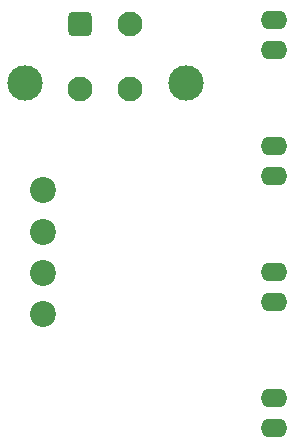
<source format=gbr>
%FSTAX23Y23*%
%MOIN*%
%SFA1B1*%

%IPPOS*%
%AMD13*
4,1,8,-0.020700,-0.041300,0.020700,-0.041300,0.041300,-0.020700,0.041300,0.020700,0.020700,0.041300,-0.020700,0.041300,-0.041300,0.020700,-0.041300,-0.020700,-0.020700,-0.041300,0.0*
1,1,0.041339,-0.020700,-0.020700*
1,1,0.041339,0.020700,-0.020700*
1,1,0.041339,0.020700,0.020700*
1,1,0.041339,-0.020700,0.020700*
%
%ADD10O,0.088582X0.062992*%
%ADD11C,0.118110*%
%ADD12C,0.082677*%
G04~CAMADD=13~8~0.0~0.0~826.8~826.8~206.7~0.0~15~0.0~0.0~0.0~0.0~0~0.0~0.0~0.0~0.0~0~0.0~0.0~0.0~180.0~826.0~826.0*
%ADD13D13*%
%ADD14C,0.086614*%
%LNlimitswitch_pcb_copper_signal_top-1*%
%LPD*%
G54D10*
X0218Y03795D03*
Y03695D03*
Y04215D03*
Y04115D03*
Y04635D03*
Y04535D03*
Y03275D03*
Y03375D03*
G54D11*
X01349Y04423D03*
X01885D03*
G54D12*
X01534Y04405D03*
X017Y04621D03*
Y04405D03*
G54D13*
X01534Y04621D03*
G54D14*
X0141Y03653D03*
Y03791D03*
Y04067D03*
Y03929D03*
M02*
</source>
